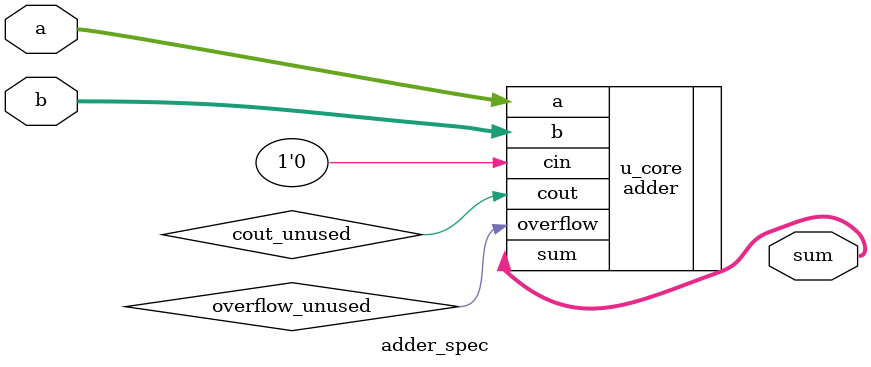
<source format=v>
`timescale 1ns/1ps
module adder_spec (
    input  wire [31:0] a,
    input  wire [31:0] b,
    output wire [31:0] sum
);
    wire cout_unused;
    wire overflow_unused;
    adder u_core (
        .a(a),
        .b(b),
        .cin(1'b0),
        .sum(sum),
        .cout(cout_unused),
        .overflow(overflow_unused)
    );
endmodule

</source>
